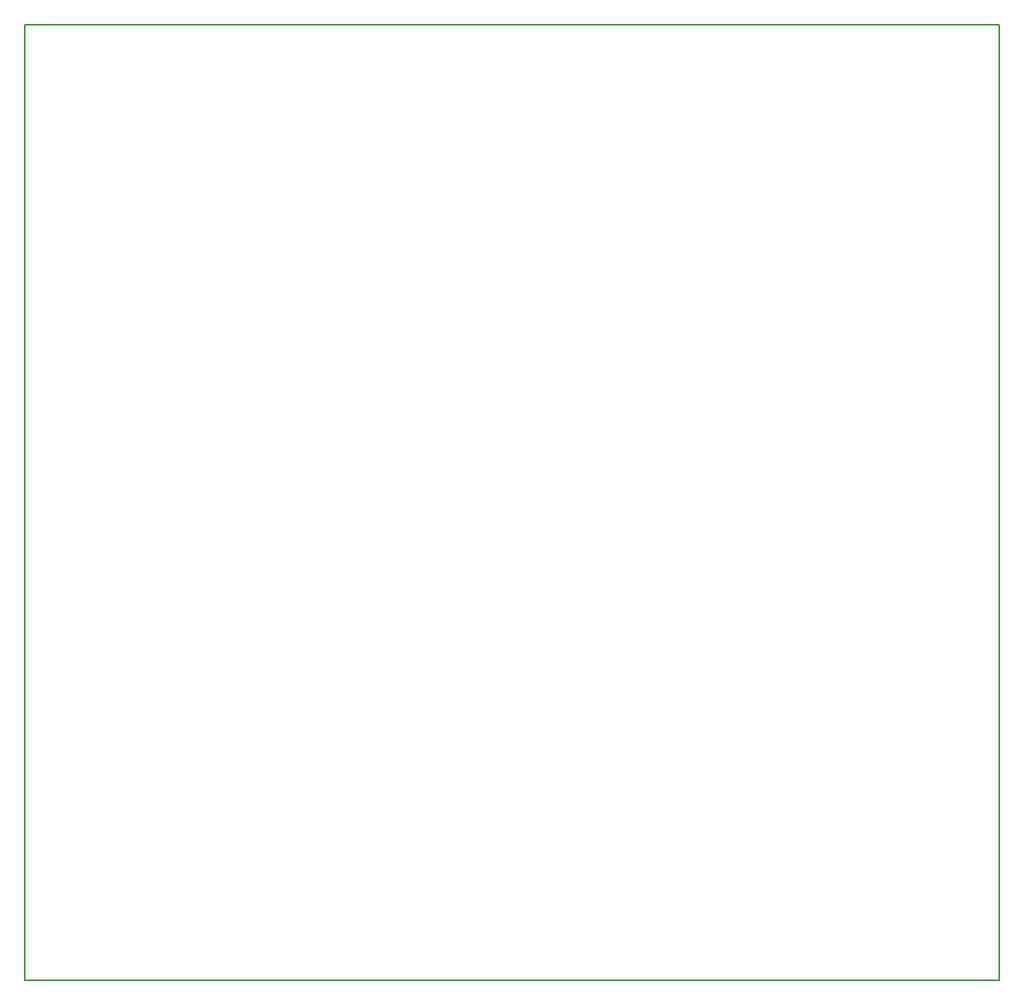
<source format=gbr>
%TF.GenerationSoftware,KiCad,Pcbnew,8.0.2-1*%
%TF.CreationDate,2024-09-02T10:17:59+10:00*%
%TF.ProjectId,Forward Console Combined Input and Output,466f7277-6172-4642-9043-6f6e736f6c65,rev?*%
%TF.SameCoordinates,Original*%
%TF.FileFunction,Profile,NP*%
%FSLAX46Y46*%
G04 Gerber Fmt 4.6, Leading zero omitted, Abs format (unit mm)*
G04 Created by KiCad (PCBNEW 8.0.2-1) date 2024-09-02 10:17:59*
%MOMM*%
%LPD*%
G01*
G04 APERTURE LIST*
%TA.AperFunction,Profile*%
%ADD10C,0.150000*%
%TD*%
G04 APERTURE END LIST*
D10*
X115240000Y-37117500D02*
X215240000Y-37117500D01*
X215240000Y-135242500D01*
X115240000Y-135242500D01*
X115240000Y-37117500D01*
M02*

</source>
